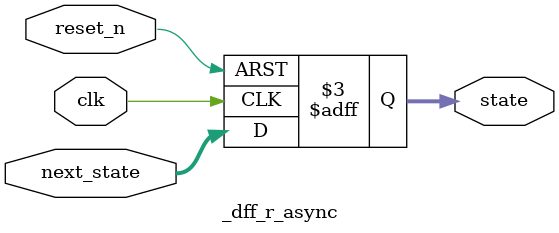
<source format=v>
module _dff_r_async(clk, reset_n, next_state, state);
	input clk, reset_n;
	input [1:0] next_state;
	output reg [1:0] state;
	
	always@(posedge clk or negedge reset_n)
	begin
		if(reset_n == 1'b0) state <= 1'b0;
		else state <= next_state;
	end
endmodule

</source>
